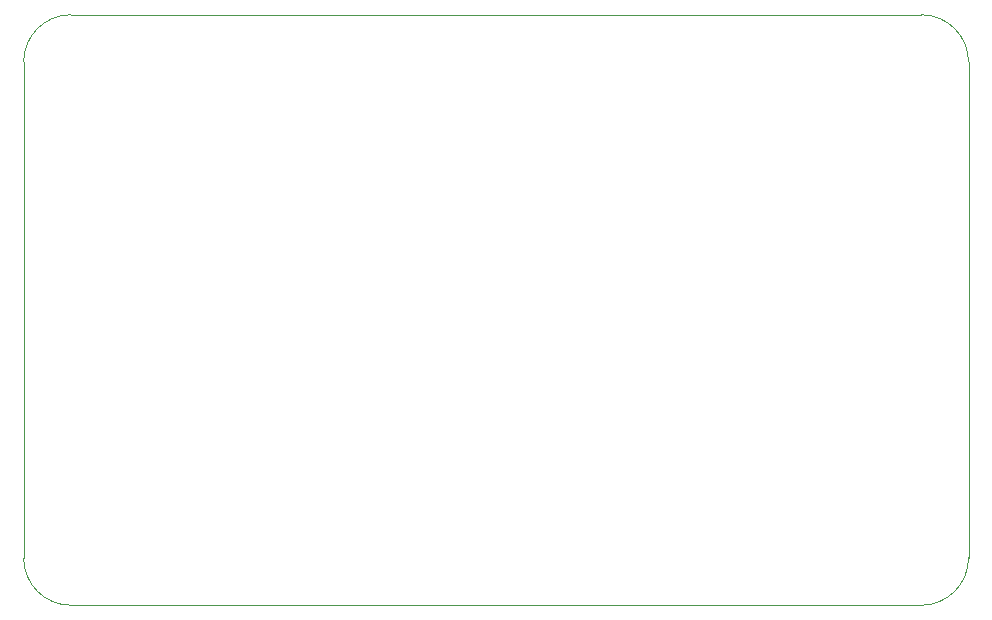
<source format=gbr>
G04*
G04 #@! TF.GenerationSoftware,Altium Limited,Altium Designer,24.10.1 (45)*
G04*
G04 Layer_Color=16711935*
%FSLAX25Y25*%
%MOIN*%
G70*
G04*
G04 #@! TF.SameCoordinates,CBAACD6F-12D9-4D4A-9EA7-E70620961981*
G04*
G04*
G04 #@! TF.FilePolarity,Positive*
G04*
G01*
G75*
%ADD65C,0.00000*%
D65*
Y15748D02*
G03*
X15748Y0I15748J0D01*
G01*
X299213D02*
G03*
X314961Y15748I0J15748D01*
G01*
Y181102D02*
G03*
X299213Y196850I-15748J0D01*
G01*
X15748D02*
G03*
X0Y181102I0J-15748D01*
G01*
X0Y15748D02*
Y181102D01*
X15748Y0D02*
X299213D01*
X314961Y15748D02*
Y181102D01*
X15748Y196850D02*
X299213D01*
M02*

</source>
